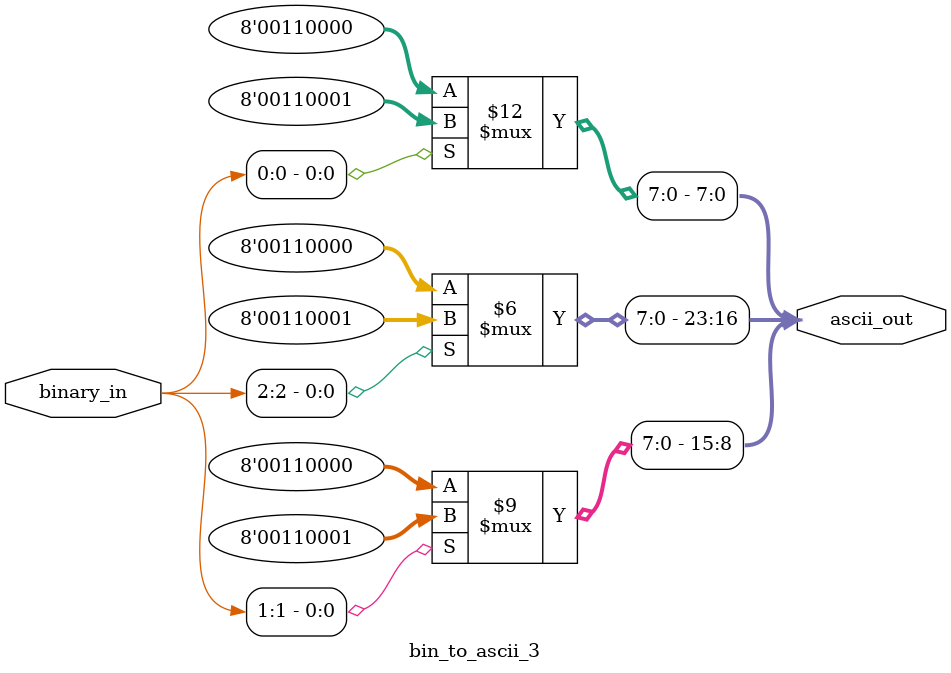
<source format=sv>
module bin_to_ascii_3 (
    input  logic [2:0] binary_in,  // Entrada binaria de hasta 3 bits
    output logic [23:0] ascii_out  // Salida ASCII (3 caracteres, 8 bits cada uno)
);

    always_comb begin
        // Inicializamos la salida a ceros
        ascii_out = 24'b0;

        // Convertir cada bit de la sección especificada a ASCII
        for (int i = 0; i < 3; i++) begin
            // Extraemos el bit específico y lo convertimos a ASCII
            if (binary_in[i])
                ascii_out[(i * 8) +: 8] = 8'h31; // ASCII de '1'
            else
                ascii_out[(i * 8) +: 8] = 8'h30; // ASCII de '0'
        end
    end

endmodule


</source>
